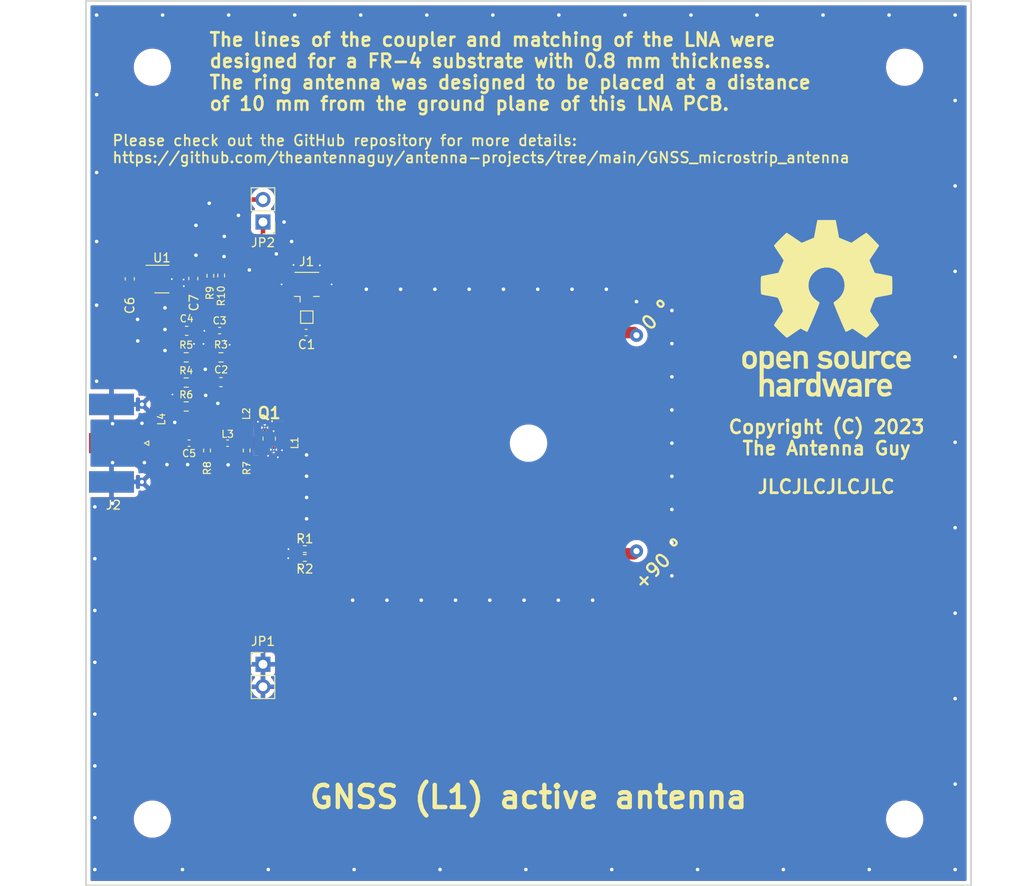
<source format=kicad_pcb>
(kicad_pcb (version 20211014) (generator pcbnew)
  (title_block (title "GNSS Microstrip Active Antenna") (company "The Antenna Guy"))
  (layers (0 "F.Cu" signal) (31 "B.Cu" signal) (34 "B.Paste" user) (35 "F.Paste" user) (36 "B.SilkS" user "B.Silkscreen") (37 "F.SilkS" user "F.Silkscreen") (38 "B.Mask" user) (39 "F.Mask" user) (44 "Edge.Cuts" user))
  (net 0 "")
  (net 1 "Net-(AE1-Pad2)")
  (net 2 "Net-(AE1-Pad1)")
  (net 3 "Net-(C1-Pad1)")
  (net 4 "Net-(C1-Pad2)")
  (net 5 "GND")
  (net 6 "Net-(C2-Pad2)")
  (net 7 "Net-(C3-Pad1)")
  (net 8 "Net-(C4-Pad1)")
  (net 9 "Net-(C5-Pad1)")
  (net 10 "Net-(C5-Pad2)")
  (net 11 "+5V")
  (net 12 "+3.3V")
  (net 13 "Net-(J1-Pad1)")
  (net 14 "Net-(L2-Pad1)")
  (net 15 "Net-(L2-Pad2)")
  (net 16 "Net-(MW1-Pad3)")
  (net 17 "Net-(Q1-Pad2)")
  (net 18 "Net-(Q1-Pad4)")
  (net 19 "Net-(R10-Pad2)")
  (footprint "Symbol:OSHW-Logo_19x20mm_SilkScreen" (layer "F.Cu") (at 133.65 84.75)
    (fp_text reference "REF**" hide)
    (fp_text value "OSHW-Logo_19x20mm_SilkScreen" hide)
  )
  (footprint "MountingHole:MountingHole_3.2mm_M3_ISO14580" (layer "F.Cu") (at 142.5 142.5)
    (fp_text reference "REF**")
    (fp_text value "MountingHole_3.2mm_M3_ISO14580")
    (pad "" np_thru_hole circle (at 0 0) (size 3.2 3.2) (drill 3.2) (layers *.Cu *.Mask))
  )
  (footprint "Resistor_SMD:R_0603_1608Metric" (layer "F.Cu") (at 61.325 90.3 180)
    (fp_text reference "R5" (at 0 1.4) (layer "F.SilkS") (effects (font (size 0.8 0.8) (thickness 0.13))))
    (fp_text value "14")
    (pad "1" smd roundrect (at -0.825 0 180) (size 0.8 0.95) (layers "F.Cu" "F.Paste" "F.Mask") (net 7 "Net-(C3-Pad1)"))
    (pad "2" smd roundrect (at 0.825 0 180) (size 0.8 0.95) (layers "F.Cu" "F.Paste" "F.Mask") (net 8 "Net-(C4-Pad1)"))
  )
  (footprint "Capacitor_SMD:C_0402_1005Metric_Pad0.74x0.62mm_HandSolder" (layer "F.Cu") (at 74.875 87.5 180)
    (fp_text reference "C1" (at -0.05 -1.35) (layer "F.SilkS"))
    (fp_text value "22pF")
    (pad "1" smd roundrect (at -0.5675 0 180) (size 0.735 0.62) (layers "F.Cu" "F.Paste" "F.Mask") (net 3 "Net-(C1-Pad1)"))
    (pad "2" smd roundrect (at 0.5675 0 180) (size 0.735 0.62) (layers "F.Cu" "F.Paste" "F.Mask") (net 4 "Net-(C1-Pad2)"))
  )
  (footprint "Resistor_SMD:R_0402_1005Metric_Pad0.72x0.64mm_HandSolder" (layer "F.Cu") (at 68.15 100.825 90)
    (fp_text reference "R7" (at -2 0.025 90) (layer "F.SilkS") (effects (font (size 0.8 0.8) (thickness 0.13))))
    (fp_text value "R")
    (pad "1" smd roundrect (at -0.5975 0 90) (size 0.715 0.64) (layers "F.Cu" "F.Paste" "F.Mask") (net 5 "GND"))
    (pad "2" smd roundrect (at 0.5975 0 90) (size 0.715 0.64) (layers "F.Cu" "F.Paste" "F.Mask") (net 15 "Net-(L2-Pad2)"))
  )
  (footprint "Package_TO_SOT_SMD:TSOT-23-5" (layer "F.Cu") (at 58.575 81.45)
    (fp_text reference "U1" (at 0 -2.4) (layer "F.SilkS"))
    (fp_text value "NCV8163ASN330T1G")
    (pad "1" smd roundrect (at -1.1375 -0.95) (size 1.325 0.6) (layers "F.Cu" "F.Paste" "F.Mask") (net 11 "+5V"))
    (pad "2" smd roundrect (at -1.1375 0) (size 1.325 0.6) (layers "F.Cu" "F.Paste" "F.Mask") (net 5 "GND"))
    (pad "3" smd roundrect (at -1.1375 0.95) (size 1.325 0.6) (layers "F.Cu" "F.Paste" "F.Mask") (net 11 "+5V"))
    (pad "4" smd roundrect (at 1.1375 0.95) (size 1.325 0.6) (layers "F.Cu" "F.Paste" "F.Mask") (net 19 "Net-(R10-Pad2)"))
    (pad "5" smd roundrect (at 1.1375 -0.95) (size 1.325 0.6) (layers "F.Cu" "F.Paste" "F.Mask") (net 12 "+3.3V"))
  )
  (footprint "gnss_antenna:BFP640FESDH6327" (layer "F.Cu") (at 70.7 99.4875 180)
    (fp_text reference "Q1" (at 0 2.8875) (layer "F.SilkS") (effects (font (size 1.27 1.27) (thickness 0.254))))
    (fp_text value "BFP640FESD" hide)
    (pad "1" smd rect (at -0.5 0.45 180) (size 0.35 0.45) (layers "F.Cu" "F.Paste" "F.Mask") (net 4 "Net-(C1-Pad2)"))
    (pad "2" smd rect (at 0.5 0.45 180) (size 0.35 0.45) (layers "F.Cu" "F.Paste" "F.Mask") (net 17 "Net-(Q1-Pad2)"))
    (pad "3" smd rect (at 0.5 -0.45 180) (size 0.35 0.45) (layers "F.Cu" "F.Paste" "F.Mask") (net 15 "Net-(L2-Pad2)"))
    (pad "4" smd rect (at -0.5 -0.45 180) (size 0.35 0.45) (layers "F.Cu" "F.Paste" "F.Mask") (net 18 "Net-(Q1-Pad4)"))
  )
  (footprint "gnss_antenna:ring_patch_feed-points" (layer "F.Cu") (at 100 100 45)
    (fp_text reference "AE1")
    (fp_text value "Antenna_Loop")
    (fp_text user "+90 º" (at 0.725 20.125 45 unlocked) (layer "F.SilkS") (effects (font (size 1.5 1.5) (thickness 0.25))))
    (fp_text user "0 º" (at 20.4 0 45 unlocked) (layer "F.SilkS") (effects (font (size 1.5 1.5) (thickness 0.25))))
    (pad "1" thru_hole circle (at 0 17.25 45) (size 1.5 1.5) (drill 0.7) (layers *.Cu *.Mask) (net 2 "Net-(AE1-Pad1)"))
    (pad "2" thru_hole circle (at 17.25 0 45) (size 1.5 1.5) (drill 0.7) (layers *.Cu *.Mask) (net 1 "Net-(AE1-Pad2)"))
  )
  (footprint "MountingHole:MountingHole_3.2mm_M3_ISO14580" (layer "F.Cu") (at 100 100)
    (fp_text reference "REF**" hide)
    (fp_text value "MountingHole_3.2mm_M3_ISO14580")
    (pad "" np_thru_hole circle (at 0 0) (size 3.2 3.2) (drill 3.2) (layers *.Cu *.Mask))
  )
  (footprint "Capacitor_SMD:C_0603_1608Metric_Pad1.08x0.95mm_HandSolder" (layer "F.Cu") (at 54.95 81.425 -90)
    (fp_text reference "C6" (at 3 0 90) (layer "F.SilkS"))
    (fp_text value "1uF")
    (pad "1" smd roundrect (at -0.8625 0 270) (size 1.075 0.95) (layers "F.Cu" "F.Paste" "F.Mask") (net 11 "+5V"))
    (pad "2" smd roundrect (at 0.8625 0 270) (size 1.075 0.95) (layers "F.Cu" "F.Paste" "F.Mask") (net 5 "GND"))
  )
  (footprint "Resistor_SMD:R_0402_1005Metric_Pad0.72x0.64mm_HandSolder" (layer "F.Cu") (at 64.05 81.075 90)
    (fp_text reference "R9" (at -1.95 -0.05 90) (layer "F.SilkS") (effects (font (size 0.8 0.8) (thickness 0.13))))
    (fp_text value "NP")
    (pad "1" smd roundrect (at -0.5975 0 90) (size 0.715 0.64) (layers "F.Cu" "F.Paste" "F.Mask") (net 19 "Net-(R10-Pad2)"))
    (pad "2" smd roundrect (at 0.5975 0 90) (size 0.715 0.64) (layers "F.Cu" "F.Paste" "F.Mask") (net 12 "+3.3V"))
  )
  (footprint "MountingHole:MountingHole_3.2mm_M3_ISO14580" (layer "F.Cu") (at 142.5 57.5)
    (fp_text reference "REF**")
    (fp_text value "MountingHole_3.2mm_M3_ISO14580")
    (pad "" np_thru_hole circle (at 0 0) (size 3.2 3.2) (drill 3.2) (layers *.Cu *.Mask))
  )
  (footprint "Inductor_SMD:L_0402_1005Metric_Pad0.77x0.64mm_HandSolder" (layer "F.Cu") (at 66 100 180)
    (fp_text reference "L3" (at 0 1.025) (layer "F.SilkS") (effects (font (size 0.8 0.8) (thickness 0.13))))
    (fp_text value "5.6 nH")
    (pad "1" smd roundrect (at -0.5725 0 180) (size 0.765 0.64) (layers "F.Cu" "F.Paste" "F.Mask") (net 15 "Net-(L2-Pad2)"))
    (pad "2" smd roundrect (at 0.5725 0 180) (size 0.765 0.64) (layers "F.Cu" "F.Paste" "F.Mask") (net 9 "Net-(C5-Pad1)"))
  )
  (footprint "gnss_antenna:hybrid_square_1.575ghz" (layer "F.Cu") (at 93.2 100 180)
    (fp_text reference "MW1" hide)
    (fp_text value "Hybrid_coupler")
    (fp_rect (start 12.7 13.18) (end 13.38 11.82) (layer "F.Cu") (width 0.01) (fill solid))
    (fp_rect (start 16.625 13.18) (end 13.38 11.82) (layer "F.Cu") (width 0.01) (fill solid))
    (fp_rect (start -16.625 11.82) (end -12.7 13.18) (layer "F.Cu") (width 0.01) (fill solid))
    (fp_rect (start 12.7 13.7) (end 12.02 11.3) (layer "F.Cu") (width 0.01) (fill solid))
    (fp_rect (start -13.38 -13.18) (end -12.02 11.3) (layer "F.Cu") (width 0.01) (fill solid))
    (fp_rect (start -12.7 -13.7) (end 12.7 -11.3) (layer "F.Cu") (width 0.01) (fill solid))
    (fp_rect (start -12.7 13.7) (end 12.02 11.3) (layer "F.Cu") (width 0.01) (fill solid))
    (fp_rect (start -16.675 -13.18) (end -13.38 -11.82) (layer "F.Cu") (width 0.01) (fill solid))
    (fp_rect (start -13.38 11.3) (end -12.7 13.18) (layer "F.Cu") (width 0.01) (fill solid))
    (fp_rect (start 13.38 -13.18) (end 16.625 -11.82) (layer "F.Cu") (width 0.01) (fill solid))
    (fp_rect (start 13.38 11.82) (end 12.02 -11.3) (layer "F.Cu") (width 0.01) (fill solid))
    (fp_rect (start 13.38 -11.3) (end 12.7 -13.18) (layer "F.Cu") (width 0.01) (fill solid))
    (pad "1" smd rect (at -17.075 -12.5 180) (size 0.8 1.36) (layers "F.Cu" "F.Paste" "F.Mask") (net 2 "Net-(AE1-Pad1)"))
    (pad "2" smd rect (at -17.025 12.5 180) (size 0.8 1.36) (layers "F.Cu" "F.Paste" "F.Mask") (net 1 "Net-(AE1-Pad2)"))
    (pad "3" smd rect (at 17.025 -12.5 180) (size 0.8 1.36) (layers "F.Cu" "F.Paste" "F.Mask") (net 16 "Net-(MW1-Pad3)"))
    (pad "4" smd rect (at 17.025 12.5 180) (size 0.8 1.36) (layers "F.Cu" "F.Paste" "F.Mask") (net 3 "Net-(C1-Pad1)"))
  )
  (footprint "Resistor_SMD:R_0402_1005Metric_Pad0.72x0.64mm_HandSolder" (layer "F.Cu") (at 74.725 112.975)
    (fp_text reference "R2" (at 0 1.25) (layer "F.SilkS"))
    (fp_text value "100")
    (pad "1" smd roundrect (at -0.5975 0) (size 0.715 0.64) (layers "F.Cu" "F.Paste" "F.Mask") (net 5 "GND"))
    (pad "2" smd roundrect (at 0.5975 0) (size 0.715 0.64) (layers "F.Cu" "F.Paste" "F.Mask") (net 16 "Net-(MW1-Pad3)"))
  )
  (footprint "Capacitor_SMD:C_0603_1608Metric_Pad1.08x0.95mm_HandSolder" (layer "F.Cu") (at 65.25 93.1)
    (fp_text reference "C2" (at 0.025 -1.4) (layer "F.SilkS") (effects (font (size 0.8 0.8) (thickness 0.13))))
    (fp_text value "47nF")
    (pad "1" smd roundrect (at -0.8625 0) (size 1.075 0.95) (layers "F.Cu" "F.Paste" "F.Mask") (net 5 "GND"))
    (pad "2" smd roundrect (at 0.8625 0) (size 1.075 0.95) (layers "F.Cu" "F.Paste" "F.Mask") (net 6 "Net-(C2-Pad2)"))
  )
  (footprint "Resistor_SMD:R_0402_1005Metric_Pad0.72x0.64mm_HandSolder" (layer "F.Cu") (at 65.275 81.05 -90)
    (fp_text reference "R10" (at 2.3 0 90) (layer "F.SilkS") (effects (font (size 0.8 0.8) (thickness 0.13))))
    (fp_text value "NP")
    (pad "1" smd roundrect (at -0.5975 0 270) (size 0.715 0.64) (layers "F.Cu" "F.Paste" "F.Mask") (net 5 "GND"))
    (pad "2" smd roundrect (at 0.5975 0 270) (size 0.715 0.64) (layers "F.Cu" "F.Paste" "F.Mask") (net 19 "Net-(R10-Pad2)"))
  )
  (footprint "Resistor_SMD:R_0603_1608Metric" (layer "F.Cu") (at 61.325 93.15 180)
    (fp_text reference "R4" (at 0 1.35) (layer "F.SilkS") (effects (font (size 0.8 0.8) (thickness 0.13))))
    (fp_text value "14")
    (pad "1" smd roundrect (at -0.825 0 180) (size 0.8 0.95) (layers "F.Cu" "F.Paste" "F.Mask") (net 7 "Net-(C3-Pad1)"))
    (pad "2" smd roundrect (at 0.825 0 180) (size 0.8 0.95) (layers "F.Cu" "F.Paste" "F.Mask") (net 8 "Net-(C4-Pad1)"))
  )
  (footprint "MountingHole:MountingHole_3.2mm_M3_ISO14580" (layer "F.Cu") (at 57.5 57.5)
    (fp_text reference "REF**")
    (fp_text value "MountingHole_3.2mm_M3_ISO14580")
    (pad "" np_thru_hole circle (at 0 0) (size 3.2 3.2) (drill 3.2) (layers *.Cu *.Mask))
  )
  (footprint "Inductor_SMD:L_0402_1005Metric" (layer "F.Cu") (at 73.55 98.125 -90)
    (fp_text reference "L1" (at 1.85 -0.025 90) (layer "F.SilkS") (effects (font (size 0.8 0.8) (thickness 0.13))))
    (fp_text value "10nH")
    (pad "1" smd roundrect (at -0.485 0 270) (size 0.59 0.64) (layers "F.Cu" "F.Paste" "F.Mask") (net 6 "Net-(C2-Pad2)"))
    (pad "2" smd roundrect (at 0.485 0 270) (size 0.59 0.64) (layers "F.Cu" "F.Paste" "F.Mask") (net 4 "Net-(C1-Pad2)"))
  )
  (footprint "Connector_Coaxial:SMA_Molex_73251-1153_EdgeMount_Horizontal" (layer "F.Cu") (at 54.6 100)
    (fp_text reference "J2" (at -1.5 7) (layer "F.SilkS"))
    (fp_text value "Conn_Coaxial_Power")
    (pad "1" smd rect (at -1.72 0) (size 5.08 2.29) (layers "F.Cu" "F.Paste" "F.Mask") (net 10 "Net-(C5-Pad2)"))
    (pad "2" smd rect (at -1.72 -4.38) (size 5.08 2.42) (layers "B.Cu" "B.Paste" "B.Mask") (net 5 "GND"))
    (pad "2" thru_hole circle (at 1.72 -4.38) (size 0.97 0.97) (drill 0.46) (layers *.Cu) (net 5 "GND"))
    (pad "2" thru_hole circle (at 1.72 4.38) (size 0.97 0.97) (drill 0.46) (layers *.Cu) (net 5 "GND"))
    (pad "2" smd rect (at 1.27 4.38) (size 0.95 0.46) (layers "B.Cu") (net 5 "GND"))
    (pad "2" smd rect (at -1.72 4.38) (size 5.08 2.42) (layers "B.Cu" "B.Paste" "B.Mask") (net 5 "GND"))
    (pad "2" smd rect (at 1.27 -4.38) (size 0.95 0.46) (layers "F.Cu") (net 5 "GND"))
    (pad "2" smd rect (at -1.72 4.38) (size 5.08 2.42) (layers "F.Cu" "F.Paste" "F.Mask") (net 5 "GND"))
    (pad "2" smd rect (at 1.27 -4.38) (size 0.95 0.46) (layers "B.Cu") (net 5 "GND"))
    (pad "2" smd rect (at 1.27 4.38) (size 0.95 0.46) (layers "F.Cu") (net 5 "GND"))
    (pad "2" smd rect (at -1.72 -4.38) (size 5.08 2.42) (layers "F.Cu" "F.Paste" "F.Mask") (net 5 "GND"))
  )
  (footprint "Resistor_SMD:R_0603_1608Metric" (layer "F.Cu") (at 65.25 90.3 180)
    (fp_text reference "R3" (at 0 1.425) (layer "F.SilkS") (effects (font (size 0.8 0.8) (thickness 0.13))))
    (fp_text value "13k")
    (pad "1" smd roundrect (at -0.825 0 180) (size 0.8 0.95) (layers "F.Cu" "F.Paste" "F.Mask") (net 6 "Net-(C2-Pad2)"))
    (pad "2" smd roundrect (at 0.825 0 180) (size 0.8 0.95) (layers "F.Cu" "F.Paste" "F.Mask") (net 7 "Net-(C3-Pad1)"))
  )
  (footprint "Resistor_SMD:R_0402_1005Metric_Pad0.72x0.64mm_HandSolder" (layer "F.Cu") (at 63.675 100.825 90)
    (fp_text reference "R8" (at -2 0.025 90) (layer "F.SilkS") (effects (font (size 0.8 0.8) (thickness 0.13))))
    (fp_text value "R")
    (pad "1" smd roundrect (at -0.5975 0 90) (size 0.715 0.64) (layers "F.Cu" "F.Paste" "F.Mask") (net 5 "GND"))
    (pad "2" smd roundrect (at 0.5975 0 90) (size 0.715 0.64) (layers "F.Cu" "F.Paste" "F.Mask") (net 9 "Net-(C5-Pad1)"))
  )
  (footprint "gnss_antenna:BFP640FESD_emitter_loadline" (layer "F.Cu") (at 70.2 98.8375 180)
    (fp_text reference "TL1")
    (fp_text value "Emiter_load_line")
    (fp_rect (start -0.1 0) (end 0.1 0.5) (layer "F.Cu") (width 0.01) (fill solid))
    (pad "1" smd rect (at 0 0.05 180) (size 0.2 0.1) (layers "F.Cu" "F.Paste" "F.Mask") (net 17 "Net-(Q1-Pad2)"))
    (pad "2" thru_hole circle (at 0 0.6 180) (size 0.3 0.3) (drill 0.15) (layers *.Cu *.Mask) (net 5 "GND"))
  )
  (footprint "Connector_PinHeader_2.54mm:PinHeader_1x02_P2.54mm_Vertical" (layer "F.Cu") (at 70 125)
    (fp_text reference "JP1" (at 0 -2.6) (layer "F.SilkS"))
    (fp_text value "Jumper_2_Open")
    (pad "1" thru_hole rect (at 0 0) (size 1.7 1.7) (drill 1) (layers *.Cu *.Mask) (net 5 "GND"))
    (pad "2" thru_hole oval (at 0 2.54) (size 1.7 1.7) (drill 1) (layers *.Cu *.Mask) (net 5 "GND"))
  )
  (footprint "MountingHole:MountingHole_3.2mm_M3_ISO14580" (layer "F.Cu") (at 57.5 142.5)
    (fp_text reference "REF**" hide)
    (fp_text value "MountingHole_3.2mm_M3_ISO14580")
    (pad "" np_thru_hole circle (at 0 0) (size 3.2 3.2) (drill 3.2) (layers *.Cu *.Mask))
  )
  (footprint "Connector_PinHeader_2.54mm:PinHeader_1x02_P2.54mm_Vertical" (layer "F.Cu") (at 70 75 180)
    (fp_text reference "JP2" (at 0 -2.33) (layer "F.SilkS"))
    (fp_text value "Jumper_2_Open")
    (pad "1" thru_hole rect (at 0 0 180) (size 1.7 1.7) (drill 1) (layers *.Cu *.Mask) (net 8 "Net-(C4-Pad1)"))
    (pad "2" thru_hole oval (at 0 2.54 180) (size 1.7 1.7) (drill 1) (layers *.Cu *.Mask) (net 12 "+3.3V"))
  )
  (footprint "Connector_Coaxial:U.FL_Hirose_U.FL-R-SMT-1_Vertical" (layer "F.Cu") (at 74.95 82.525 90)
    (fp_text reference "J1" (at 3.05 -0.025) (layer "F.SilkS"))
    (fp_text value "uFL")
    (pad "1" smd rect (at -1.05 0 90) (size 1.05 1) (layers "F.Cu" "F.Paste" "F.Mask") (net 13 "Net-(J1-Pad1)"))
    (pad "2" smd rect (at 0.475 -1.475 90) (size 2.2 1.05) (layers "F.Cu" "F.Paste" "F.Mask") (net 5 "GND"))
    (pad "2" smd rect (at 0.475 1.475 90) (size 2.2 1.05) (layers "F.Cu" "F.Paste" "F.Mask") (net 5 "GND"))
  )
  (footprint "TestPoint:TestPoint_Pad_1.0x1.0mm" (layer "F.Cu") (at 74.95 85.75 180)
    (fp_text reference "TP1")
    (fp_text value "TestPoint_Small")
    (pad "1" smd rect (at 0 0 180) (size 1 1) (layers "F.Cu" "F.Mask") (net 13 "Net-(J1-Pad1)"))
  )
  (footprint "Capacitor_SMD:C_0402_1005Metric_Pad0.74x0.62mm_HandSolder" (layer "F.Cu") (at 65.1 87.275)
    (fp_text reference "C3" (at 0 -1.125) (layer "F.SilkS") (effects (font (size 0.8 0.8) (thickness 0.13))))
    (fp_text value "5.6pF")
    (pad "1" smd roundrect (at -0.5675 0) (size 0.735 0.62) (layers "F.Cu" "F.Paste" "F.Mask") (net 7 "Net-(C3-Pad1)"))
    (pad "2" smd roundrect (at 0.5675 0) (size 0.735 0.62) (layers "F.Cu" "F.Paste" "F.Mask") (net 5 "GND"))
  )
  (footprint "Capacitor_SMD:C_0402_1005Metric_Pad0.74x0.62mm_HandSolder" (layer "F.Cu") (at 61.65 100 180)
    (fp_text reference "C5" (at 0 -1.16) (layer "F.SilkS") (effects (font (size 0.8 0.8) (thickness 0.13))))
    (fp_text value "22pF")
    (pad "1" smd roundrect (at -0.5675 0 180) (size 0.735 0.62) (layers "F.Cu" "F.Paste" "F.Mask") (net 9 "Net-(C5-Pad1)"))
    (pad "2" smd roundrect (at 0.5675 0 180) (size 0.735 0.62) (layers "F.Cu" "F.Paste" "F.Mask") (net 10 "Net-(C5-Pad2)"))
  )
  (footprint "Inductor_SMD:L_0402_1005Metric" (layer "F.Cu") (at 68.15 98.4 -90)
    (fp_text reference "L2" (at -1.725 0.025 -270) (layer "F.SilkS") (effects (font (size 0.8 0.8) (thickness 0.13))))
    (fp_text value "10nH")
    (pad "1" smd roundrect (at -0.485 0 270) (size 0.59 0.64) (layers "F.Cu" "F.Paste" "F.Mask") (net 14 "Net-(L2-Pad1)"))
    (pad "2" smd roundrect (at 0.485 0 270) (size 0.59 0.64) (layers "F.Cu" "F.Paste" "F.Mask") (net 15 "Net-(L2-Pad2)"))
  )
  (footprint "Resistor_SMD:R_0603_1608Metric" (layer "F.Cu") (at 61.325 95.85)
    (fp_text reference "R6" (at 0 -1.325) (layer "F.SilkS") (effects (font (size 0.8 0.8) (thickness 0.13))))
    (fp_text value "2")
    (pad "1" smd roundrect (at -0.825 0) (size 0.8 0.95) (layers "F.Cu" "F.Paste" "F.Mask") (net 14 "Net-(L2-Pad1)"))
    (pad "2" smd roundrect (at 0.825 0) (size 0.8 0.95) (layers "F.Cu" "F.Paste" "F.Mask") (net 7 "Net-(C3-Pad1)"))
  )
  (footprint "Inductor_SMD:L_0402_1005Metric" (layer "F.Cu") (at 58.5 99.15 -90)
    (fp_text reference "L4" (at -1.86 -0.03 90) (layer "F.SilkS") (effects (font (size 0.8 0.8) (thickness 0.13))))
    (fp_text value "10nH")
    (pad "1" smd roundrect (at -0.485 0 270) (size 0.59 0.64) (layers "F.Cu" "F.Paste" "F.Mask") (net 11 "+5V"))
    (pad "2" smd roundrect (at 0.485 0 270) (size 0.59 0.64) (layers "F.Cu" "F.Paste" "F.Mask") (net 10 "Net-(C5-Pad2)"))
  )
  (footprint "Capacitor_SMD:C_0603_1608Metric_Pad1.08x0.95mm_HandSolder" (layer "F.Cu") (at 61.375 87.3)
    (fp_text reference "C4" (at 0 -1.375) (layer "F.SilkS") (effects (font (size 0.8 0.8) (thickness 0.13))))
    (fp_text value "47nF")
    (pad "1" smd roundrect (at -0.8625 0) (size 1.075 0.95) (layers "F.Cu" "F.Paste" "F.Mask") (net 8 "Net-(C4-Pad1)"))
    (pad "2" smd roundrect (at 0.8625 0) (size 1.075 0.95) (layers "F.Cu" "F.Paste" "F.Mask") (net 5 "GND"))
  )
  (footprint "Capacitor_SMD:C_0603_1608Metric_Pad1.08x0.95mm_HandSolder" (layer "F.Cu") (at 62.125 81.3875 -90)
    (fp_text reference "C7" (at 2.7375 -0.075 90) (layer "F.SilkS"))
    (fp_text value "1uF")
    (pad "1" smd roundrect (at -0.8625 0 270) (size 1.075 0.95) (layers "F.Cu" "F.Paste" "F.Mask") (net 12 "+3.3V"))
    (pad "2" smd roundrect (at 0.8625 0 270) (size 1.075 0.95) (layers "F.Cu" "F.Paste" "F.Mask") (net 5 "GND"))
  )
  (footprint "Resistor_SMD:R_0402_1005Metric_Pad0.72x0.64mm_HandSolder" (layer "F.Cu") (at 74.725 111.975)
    (fp_text reference "R1" (at 0 -1.17) (layer "F.SilkS"))
    (fp_text value "100")
    (pad "1" smd roundrect (at -0.5975 0) (size 0.715 0.64) (layers "F.Cu" "F.Paste" "F.Mask") (net 5 "GND"))
    (pad "2" smd roundrect (at 0.5975 0) (size 0.715 0.64) (layers "F.Cu" "F.Paste" "F.Mask") (net 16 "Net-(MW1-Pad3)"))
  )
  (footprint "gnss_antenna:BFP640FESD_emitter_loadline" (layer "F.Cu") (at 71.2 100.1375)
    (fp_text reference "TL2")
    (fp_text value "Emiter_load_line")
    (fp_rect (start -0.1 0) (end 0.1 0.5) (layer "F.Cu") (width 0.01) (fill solid))
    (pad "1" smd rect (at 0 0.05) (size 0.2 0.1) (layers "F.Cu" "F.Paste" "F.Mask") (net 18 "Net-(Q1-Pad4)"))
    (pad "2" thru_hole circle (at 0 0.6) (size 0.3 0.3) (drill 0.15) (layers *.Cu *.Mask) (net 5 "GND"))
  )
  (gr_rect (start 75.075 86.815) (end 76.65 88.175) (layer "F.Cu") (width 0.005) (fill solid))
  (gr_rect (start 74.96 111.82) (end 76.35 113.18) (layer "F.Cu") (width 0.005) (fill solid))
  (gr_rect (start 50 50) (end 150 150) (layer "Edge.Cuts") (width 0.2) (fill none))
  (gr_text "GNSS (L1) active antenna" (at 100 140) (layer "F.SilkS") (effects (font (size 2.5 2.5) (thickness 0.5))))
  (gr_text "The lines of the coupler and matching of the LNA were \ndesigned for a FR-4 substrate with 0.8 mm thickness. \nThe ring antenna was designed to be placed at a distance\nof 10 mm from the ground plane of this LNA PCB.\n" (at 63.8 58) (layer "F.SilkS") (effects (font (size 1.5 1.5) (thickness 0.3)) (justify left)))
  (gr_text "Copyright (C) 2023\nThe Antenna Guy" (at 133.672937 99.375) (layer "F.SilkS") (effects (font (size 1.5 1.5) (thickness 0.3))))
  (gr_text "Please check out the GitHub repository for more details:\nhttps://github.com/theantennaguy/antenna-projects/tree/main/GNSS_microstrip_antenna \n" (at 52.875 66.75) (layer "F.SilkS") (effects (font (size 1.2 1.2) (thickness 0.2)) (justify left)))
  (gr_text "JLCJLCJLCJLC" (at 141.537223 104.925) (layer "F.SilkS") (effects (font (size 1.5 1.5) (thickness 0.3)) (justify right)))
  (segment (start 111.895184 87.5) (end 112.197592 87.802408) (width 1.3) (layer "F.Cu") (net 1))
  (segment (start 110.675 87.5) (end 111.895184 87.5) (width 1.3) (layer "F.Cu") (net 1))
  (segment (start 111.895184 112.5) (end 112.197592 112.197592) (width 1.3) (layer "F.Cu") (net 2))
  (segment (start 110.725 112.5) (end 111.895184 112.5) (width 1.3) (layer "F.Cu") (net 2))
  (segment (start 77.45 97.55) (end 75.9625 99.0375) (width 1.485) (layer "F.Cu") (net 4))
  (segment (start 73.9 87.5) (end 70.325 87.5) (width 1.485) (layer "F.Cu") (net 4))
  (segment (start 70.625 93.075) (end 76.05 93.075) (width 1.485) (layer "F.Cu") (net 4))
  (segment (start 71.2 99.0375) (end 72 99.0375) (width 0.25) (layer "F.Cu") (net 4))
  (segment (start 77.45 94.475) (end 77.45 97.55) (width 1.485) (layer "F.Cu") (net 4))
  (segment (start 75.9625 99.0375) (end 72.05 99.0375) (width 1.485) (layer "F.Cu") (net 4))
  (segment (start 70.325 87.5) (end 69.4 88.425) (width 1.485) (layer "F.Cu") (net 4))
  (segment (start 69.4 91.85) (end 70.625 93.075) (width 1.485) (layer "F.Cu") (net 4))
  (segment (start 69.4 88.425) (end 69.4 91.85) (width 1.485) (layer "F.Cu") (net 4))
  (segment (start 76.05 93.075) (end 77.45 94.475) (width 1.485) (layer "F.Cu") (net 4))
  (via (at 108.790782 82.6) (size 0.8) (drill 0.4) (layers "F.Cu" "B.Cu") (net 5))
  (via (at 59.7 81.45) (size 0.45) (drill 0.2) (layers "F.Cu" "B.Cu") (net 5))
  (via (at 148.2 99.9) (size 0.8) (drill 0.4) (layers "F.Cu" "B.Cu") (net 5))
  (via (at 80.129612 117.75) (size 0.8) (drill 0.4) (layers "F.Cu" "B.Cu") (net 5))
  (via (at 84.003459 117.75) (size 0.8) (drill 0.4) (layers "F.Cu" "B.Cu") (net 5))
  (via (at 103.430766 51.6) (size 0.8) (drill 0.4) (layers "F.Cu" "B.Cu") (net 5))
  (via (at 61.025 81.5) (size 0.45) (drill 0.2) (layers "F.Cu" "B.Cu") (net 5))
  (via (at 53 106.8) (size 0.8) (drill 0.4) (layers "F.Cu" "B.Cu") (net 5))
  (via (at 148.2 80.58) (size 0.8) (drill 0.4) (layers "F.Cu" "B.Cu") (net 5))
  (via (at 74.925 101.325) (size 0.8) (drill 0.4) (layers "F.Cu" "B.Cu") (net 5))
  (via (at 109.4 148.2) (size 0.8) (drill 0.4) (layers "F.Cu" "B.Cu") (net 5))
  (via (at 63.675 102.65) (size 0.45) (drill 0.2) (layers "F.Cu" "B.Cu") (net 5))
  (via (at 148.2 119.22) (size 0.8) (drill 0.4) (layers "F.Cu" "B.Cu") (net 5))
  (via (at 74.925 106.141666) (size 0.8) (drill 0.4) (layers "F.Cu" "B.Cu") (net 5))
  (via (at 53 102.2) (size 0.8) (drill 0.4) (layers "F.Cu" "B.Cu") (net 5))
  (via (at 99.498847 117.75) (size 0.8) (drill 0.4) (layers "F.Cu" "B.Cu") (net 5))
  (via (at 62.425 78.75) (size 0.8) (drill 0.4) (layers "F.Cu" "B.Cu") (net 5))
  (via (at 55.83 86.01) (size 0.8) (drill 0.4) (layers "F.Cu" "B.Cu") (net 5))
  (via (at 51 118.914284) (size 0.8) (drill 0.4) (layers "F.Cu" "B.Cu") (net 5))
  (via (at 74.125 114.075) (size 0.45) (drill 0.2) (layers "F.Cu" "B.Cu") (net 5))
  (via (at 97.169235 82.6) (size 0.8) (drill 0.4) (layers "F.Cu" "B.Cu") (net 5))
  (via (at 116.2 115) (size 0.8) (drill 0.4) (layers "F.Cu" "B.Cu") (net 5))
  (via (at 51.2 69.4) (size 0.8) (drill 0.4) (layers "F.Cu" "B.Cu") (net 5))
  (via (at 85.547694 82.6) (size 0.8) (drill 0.4) (layers "F.Cu" "B.Cu") (net 5))
  (via (at 116.2 107.5) (size 0.8) (drill 0.4) (layers "F.Cu" "B.Cu") (net 5))
  (via (at 73.23 77.2) (size 0.8) (drill 0.4) (layers "F.Cu" "B.Cu") (net 5))
  (via (at 63.28 88.78) (size 0.45) (drill 0.2) (layers "F.Cu" "B.Cu") (net 5))
  (via (at 59.15 102.42) (size 0.8) (drill 0.4) (layers "F.Cu" "B.Cu") (net 5))
  (via (at 107.246547 117.75) (size 0.8) (drill 0.4) (layers "F.Cu" "B.Cu") (net 5))
  (via (at 51 136.48571) (size 0.8) (drill 0.4) (layers "F.Cu" "B.Cu") (net 5))
  (via (at 58.925 89.525) (size 0.8) (drill 0.4) (layers "F.Cu" "B.Cu") (net 5))
  (via (at 58.925 84.7) (size 0.8) (drill 0.4) (layers "F.Cu" "B.Cu") (net 5))
  (via (at 138.5 148.2) (size 0.8) (drill 0.4) (layers "F.Cu" "B.Cu") (net 5))
  (via (at 125.81538 51.6) (size 0.8) (drill 0.4) (layers "F.Cu" "B.Cu") (net 5))
  (via (at 51.2 51.6) (size 0.8) (drill 0.4) (layers "F.Cu" "B.Cu") (net 5))
  (via (at 63.925 72.875) (size 0.8) (drill 0.4) (layers "F.Cu" "B.Cu") (net 5))
  (via (at 77.75 82.05) (size 0.45) (drill 0.2) (layers "F.Cu" "B.Cu") (net 5))
  (via (at 116.2 103.75) (size 0.8) (drill 0.4) (layers "F.Cu" "B.Cu") (net 5))
  (via (at 95.969228 51.6) (size 0.8) (drill 0.4) (layers "F.Cu" "B.Cu") (net 5))
  (via (at 70.575 101.425) (size 0.45) (drill 0.2) (layers "F.Cu" "B.Cu") (net 5))
  (via (at 116.2 88.75) (size 0.8) (drill 0.4) (layers "F.Cu" "B.Cu") (net 5))
  (via (at 62.425 75.375) (size 0.8) (drill 0.4) (layers "F.Cu" "B.Cu") (net 5))
  (via (at 103.372694 117.75) (size 0.8) (drill 0.4) (layers "F.Cu" "B.Cu") (net 5))
  (via (at 53 97.8) (size 0.8) (drill 0.4) (layers "F.Cu" "B.Cu") (net 5))
  (via (at 74.125 110.85) (size 0.45) (drill 0.2) (layers "F.Cu" "B.Cu") (net 5))
  (via (at 63.375 87.3) (size 0.45) (drill 0.2) (layers "F.Cu" "B.Cu") (net 5))
  (via (at 67.225 74.25) (size 0.8) (drill 0.4) (layers "F.Cu" "B.Cu") (net 5))
  (via (at 91.751153 117.75) (size 0.8) (drill 0.4) (layers "F.Cu" "B.Cu") (net 5))
  (via (at 93.295388 82.6) (size 0.8) (drill 0.4) (layers "F.Cu" "B.Cu") (net 5))
  (via (at 116.2 85) (size 0.8) (drill 0.4) (layers "F.Cu" "B.Cu") (net 5))
  (via (at 104.916929 82.6) (size 0.8) (drill 0.4) (layers "F.Cu" "B.Cu") (net 5))
  (via (at 72.85 113) (size 0.45) (drill 0.2) (layers "F.Cu" "B.Cu") (net 5))
  (via (at 148.2 109.56) (size 0.8) (drill 0.4) (layers "F.Cu" "B.Cu") (net 5))
  (via (at 70.6 148.2) (size 0.8) (drill 0.4) (layers "F.Cu" "B.Cu") (net 5))
  (via (at 148.2 148.2) (size 0.8) (drill 0.4) (layers "F.Cu" "B.Cu") (net 5))
  (via (at 148.2 90.24) (size 0.8) (drill 0.4) (layers "F.Cu" "B.Cu") (net 5))
  (via (at 95.625 117.75) (size 0.8) (drill 0.4) (layers "F.Cu" "B.Cu") (net 5))
  (via (at 74.925 103.733333) (size 0.8) (drill 0.4) (layers "F.Cu" "B.Cu") (net 5))
  (via (at 81.046152 51.6) (size 0.8) (drill 0.4) (layers "F.Cu" "B.Cu") (net 5))
  (via (at 148.2 138.54) (size 0.8) (drill 0.4) (layers "F.Cu" "B.Cu") (net 5))
  (via (at 68.46 80.42) (size 0.8) (drill 0.4) (layers "F.Cu" "B.Cu") (net 5))
  (via (at 72.875 111.975) (size 0.45) (drill 0.2) (layers "F.Cu" "B.Cu") (net 5))
  (via (at 70.175 97.125) (size 0.45) (drill 0.2) (layers "F.Cu" "B.Cu") (net 5))
  (via (at 66.123076 51.6) (size 0.8) (drill 0.4) (layers "F.Cu" "B.Cu") (net 5))
  (via (at 101.043082 82.6) (size 0.8) (drill 0.4) (layers "F.Cu" "B.Cu") (net 5))
  (via (at 58.925 87.15) (size 0.8) (drill 0.4) (layers "F.Cu" "B.Cu") (net 5))
  (via (at 112.2 84) (size 0.8) (drill 0.4) (layers "F.Cu" "B.Cu") (net 5))
  (via (at 116.2 111.25) (size 0.8) (drill 0.4) (layers "F.Cu" "B.Cu") (net 5))
  (via (at 118.353842 51.6) (size 0.8) (drill 0.4) (layers "F.Cu" "B.Cu") (net 5))
  (via (at 65.65 88.4) (size 0.45) (drill 0.2) (layers "F.Cu" "B.Cu") (net 5))
  (via (at 148.2 61.26) (size 0.8) (drill 0.4) (layers "F.Cu" "B.Cu") (net 5))
  (via (at 148.2 70.92) (size 0.8) (drill 0.4) (layers "F.Cu" "B.Cu") (net 5))
  (via (at 55.85 88.44) (size 0.8) (drill 0.4) (layers "F.Cu" "B.Cu") (net 5))
  (via (at 51.2 77.2) (size 0.8) (drill 0.4) (layers "F.Cu" "B.Cu") (net 5))
  (via (at 128.8 148.2) (size 0.8) (drill 0.4) (layers "F.Cu" "B.Cu") (net 5))
  (via (at 65.6 78.9) (size 0.8) (drill 0.4) (layers "F.Cu" "B.Cu") (net 5))
  (via (at 63.525 94.6) (size 0.8) (drill 0.4) (layers "F.Cu" "B.Cu") (net 5))
  (via (at 99.7 148.2) (size 0.8) (drill 0.4) (layers "F.Cu" "B.Cu") (net 5))
  (via (at 71.025 97.525) (size 0.45) (drill 0.2) (layers "F.Cu" "B.Cu") (net 5))
  (via (at 80.3 148.2) (size 0.8) (drill 0.4) (layers "F.Cu" "B.Cu") (net 5))
  (via (at 60.025 97.65) (size 0.8) (drill 0.4) (layers "F.Cu" "B.Cu") (net 5))
  (via (at 61.05 82.25) (size 0.45) (drill 0.2) (layers "F.Cu" "B.Cu") (net 5))
  (via (at 63.475 91.65) (size 0.8) (drill 0.4) (layers "F.Cu" "B.Cu") (net 5))
  (via (at 51.2 60.6) (size 0.8) (drill 0.4) (layers "F.Cu" "B.Cu") (net 5))
  (via (at 64.9 95.5) (size 0.8) (drill 0.4) (layers "F.Cu" "B.Cu") (net 5))
  (via (at 58.661538 51.6) (size 0.8) (drill 0.4) (layers "F.Cu" "B.Cu") (net 5))
  (via (at 133.276918 51.6) (size 0.8) (drill 0.4) (layers "F.Cu" "B.Cu") (net 5))
  (via (at 90 148.2) (size 0.8) (drill 0.4) (layers "F.Cu" "B.Cu") (net 5))
  (via (at 148.2 128.88) (size 0.8) (drill 0.4) (layers "F.Cu" "B.Cu") (net 5))
  (via (at 72.38 75) (size 0.8) (drill 0.4) (layers "F.Cu" "B.Cu") (net 5))
  (via (at 89.421541 82.6) (size 0.8) (drill 0.4) (layers "F.Cu" "B.Cu") (net 5))
  (via (at 51 148.2) (size 0.8) (drill 0.4) (layers "F.Cu" "B.Cu") (net 5))
  (via (at 76.425 79.9) (size 0.45) (drill 0.2) (layers "F.Cu" "B.Cu") (net 5))
  (via (at 81.673847 82.6) (size 0.8) (drill 0.4) (layers "F.Cu" "B.Cu") (net 5))
  (via (at 88.50769 51.6) (size 0.8) (drill 0.4) (layers "F.Cu" "B.Cu") (net 5))
  (via (at 71.675 101.6) (size 0.45) (drill 0.2) (layers "F.Cu" "B.Cu") (net 5))
  (via (at 110.892304 51.6) (size 0.8) (drill 0.4) (layers "F.Cu" "B.Cu") (net 5))
  (via (at 74.925 108.55) (size 0.8) (drill 0.4) (layers "F.Cu" "B.Cu") (net 5))
  (via (at 116.2 96.25) (size 0.8) (drill 0.4) (layers "F.Cu" "B.Cu") (net 5))
  (via (at 51 142.342852) (size 0.8) (drill 0.4) (layers "F.Cu" "B.Cu") (net 5))
  (via (at 65.625 76.625) (size 0.8) (drill 0.4) (layers "F.Cu" "B.Cu") (net 5))
  (via (at 66.06 102.45) (size 0.8) (drill 0.4) (layers "F.Cu" "B.Cu") (net 5))
  (via (at 66.225 88.875) (size 0.45) (drill 0.2) (layers "F.Cu" "B.Cu") (net 5))
  (via (at 51 107.2) (size 0.8) (drill 0.4) (layers "F.Cu" "B.Cu") (net 5))
  (via (at 72.1 82.05) (size 0.45) (drill 0.2) (layers "F.Cu" "B.Cu") (net 5))
  (via (at 56.6 102.2) (size 0.8) (drill 0.4) (layers "F.Cu" "B.Cu") (net 5))
  (via (at 60.9 148.2) (size 0.8) (drill 0.4) (layers "F.Cu" "B.Cu") (net 5))
  (via (at 73.584614 51.6) (size 0.8) (drill 0.4) (layers "F.Cu" "B.Cu") (net 5))
  (via (at 51 124.771426) (size 0.8) (drill 0.4) (layers "F.Cu" "B.Cu") (net 5))
  (via (at 51 130.628568) (size 0.8) (drill 0.4) (layers "F.Cu" "B.Cu") (net 5))
  (via (at 71.51 78.61) (size 0.8) (drill 0.4) (layers "F.Cu" "B.Cu") (net 5))
  (via (at 68.125 102.45) (size 0.45) (drill 0.2) (layers "F.Cu" "B.Cu") (net 5))
  (via (at 116.2 92.5) (size 0.8) (drill 0.4) (layers "F.Cu" "B.Cu") (net 5))
  (via (at 51.2 93) (size 0.8) (drill 0.4) (layers "F.Cu" "B.Cu") (net 5))
  (via (at 148.2 51.6) (size 0.8) (drill 0.4) (layers "F.Cu" "B.Cu") (net 5))
  (via (at 62.2 88.775) (size 0.45) (drill 0.2) (layers "F.Cu" "B.Cu") (net 5))
  (via (at 61.48 102.42) (size 0.8) (drill 0.4) (layers "F.Cu" "B.Cu") (net 5))
  (via (at 51.2 84.4) (size 0.8) (drill 0.4) (layers "F.Cu" "B.Cu") (net 5))
  (via (at 59.77 94.5) (size 0.45) (drill 0.2) (layers "F.Cu" "B.Cu") (net 5))
  (via (at 119.1 148.2) (size 0.8) (drill 0.4) (layers "F.Cu" "B.Cu") (net 5))
  (via (at 87.877306 117.75) (size 0.8) (drill 0.4) (layers "F.Cu" "B.Cu") (net 5))
  (via (at 116.2 100) (size 0.8) (drill 0.4) (layers "F.Cu" "B.Cu") (net 5))
  (via (at 51 113.057142) (size 0.8) (drill 0.4) (layers "F.Cu" "B.Cu") (net 5))
  (via (at 72.15 100.8) (size 0.45) (drill 0.2) (layers "F.Cu" "B.Cu") (net 5))
  (via (at 56.325 97.75) (size 0.8) (drill 0.4) (layers "F.Cu" "B.Cu") (net 5))
  (via (at 73.45 79.85) (size 0.45) (drill 0.2) (layers "F.Cu" "B.Cu") (net 5))
  (via (at 140.738456 51.6) (size 0.8) (drill 0.4) (layers "F.Cu" "B.Cu") (net 5))
  (via (at 69.425 97.575) (size 0.45) (drill 0.2) (layers "F.Cu" "B.Cu") (net 5))
  (segment (start 66.55 94.925) (end 66.1125 94.4875) (width 0.508) (layer "F.Cu") (net 6))
  (segment (start 67.625 94.925) (end 66.575 94.925) (width 0.508) (layer "F.Cu") (net 6))
  (segment (start 68.475 95.775) (end 67.625 94.925) (width 0.508) (layer "F.Cu") (net 6))
  (segment (start 73.55 97.64) (end 73.55 96.525) (width 0.508) (layer "F.Cu") (net 6))
  (segment (start 66.1125 94.4875) (end 66.1125 93.1) (width 0.508) (layer "F.Cu") (net 6))
  (segment (start 66.1125 90.3375) (end 66.075 90.3) (width 0.508) (layer "F.Cu") (net 6))
  (segment (start 66.1125 93.1) (end 66.1125 90.3375) (width 0.508) (layer "F.Cu") (net 6))
  (segment (start 72.8 95.775) (end 68.475 95.775) (width 0.508) (layer "F.Cu") (net 6))
  (segment (start 73.55 96.525) (end 72.8 95.775) (width 0.508) (layer "F.Cu") (net 6))
  (segment (start 62.15 90.3) (end 64.425 90.3) (width 0.508) (layer "F.Cu") (net 7))
  (segment (start 64.425 87.3825) (end 64.5325 87.275) (width 0.508) (layer "F.Cu") (net 7))
  (segment (start 64.425 90.3) (end 64.425 87.3825) (width 0.508) (layer "F.Cu") (net 7))
  (segment (start 62.15 95.85) (end 62.15 93.15) (width 0.508) (layer "F.Cu") (net 7))
  (segment (start 62.15 93.15) (end 62.15 90.3) (width 0.508) (layer "F.Cu") (net 7))
  (segment (start 60.5125 87.3) (end 60.5125 90.2875) (width 0.508) (layer "F.Cu") (net 8))
  (segment (start 60.5125 86.2375) (end 60.5125 87.3) (width 0.508) (layer "F.Cu") (net 8))
  (segment (start 61.625 85.125) (end 60.5125 86.2375) (width 0.508) (layer "F.Cu") (net 8))
  (segment (start 70 81.2) (end 66.075 85.125) (width 0.508) (layer "F.Cu") (net 8))
  (segment (start 60.5125 90.2875) (end 60.5 90.3) (width 0.508) (layer "F.Cu") (net 8))
  (segment (start 66.075 85.125) (end 61.625 85.125) (width 0.508) (layer "F.Cu") (net 8))
  (segment (start 60.5 90.3) (end 60.5 93.15) (width 0.508) (layer "F.Cu") (net 8))
  (segment (start 70 75) (end 70 81.2) (width 0.508) (layer "F.Cu") (net 8))
  (segment (start 62.6 100) (end 65.1 100) (width 1.485) (layer "F.Cu") (net 9))
  (segment (start 63.9025 100) (end 63.675 100.2275) (width 0.254) (layer "F.Cu") (net 9))
  (segment (start 52.88 100) (end 58.1 100) (width 1.485) (layer "F.Cu") (net 10))
  (segment (start 58.1 100) (end 60.7 100) (width 1.485) (layer "F.Cu") (net 10))
  (segment (start 58.3 82.4) (end 58.575 82.125) (width 0.508) (layer "F.Cu") (net 11))
  (segment (start 58.5 98.665) (end 58.5 98.35) (width 0.254) (layer "F.Cu") (net 11))
  (segment (start 58.3 80.5) (end 57.4375 80.5) (width 0.508) (layer "F.Cu") (net 11))
  (segment (start 55.0125 80.5) (end 54.95 80.5625) (width 0.508) (layer "F.Cu") (net 11))
  (segment (start 58.05 90.675) (end 58.5 91.125) (width 0.508) (layer "F.Cu") (net 11))
  (segment (start 57.4375 82.4) (end 58.3 82.4) (width 0.508) (layer "F.Cu") (net 11))
  (segment (start 57.4375 80.5) (end 55.0125 80.5) (width 0.508) (layer "F.Cu") (net 11))
  (segment (start 58.575 82.125) (end 58.575 80.775) (width 0.508) (layer "F.Cu") (net 11))
  (segment (start 58.5 91.125) (end 58.5 98.35) (width 0.508) (layer "F.Cu") (net 11))
  (segment (start 57.4375 90.0625) (end 58.05 90.675) (width 0.508) (layer "F.Cu") (net 11))
  (segment (start 57.4375 82.4) (end 57.4375 90.0625) (width 0.508) (layer "F.Cu") (net 11))
  (segment (start 58.575 80.775) (end 58.3 80.5) (width 0.508) (layer "F.Cu") (net 11))
  (segment (start 62.125 80.525) (end 64.0025 80.525) (width 0.508) (layer "F.Cu") (net 12))
  (segment (start 66.665 72.46) (end 70 72.46) (width 0.508) (layer "F.Cu") (net 12))
  (segment (start 64.05 80.4775) (end 64.05 75.075) (width 0.508) (layer "F.Cu") (net 12))
  (segment (start 62.1 80.5) (end 62.125 80.525) (width 0.508) (layer "F.Cu") (net 12))
  (segment (start 59.7125 80.5) (end 62.1 80.5) (width 0.508) (layer "F.Cu") (net 12))
  (segment (start 64.05 75.075) (end 66.665 72.46) (width 0.508) (layer "F.Cu") (net 12))
  (segment (start 64.0025 80.525) (end 64.05 80.4775) (width 0.508) (layer "F.Cu") (net 12))
  (segment (start 74.95 83.575) (end 74.95 85.75) (width 1.016) (layer "F.Cu") (net 13))
  (segment (start 67.725 96.875) (end 68.15 97.3) (width 0.508) (layer "F.Cu") (net 14))
  (segment (start 60.5 95.85) (end 61.525 96.875) (width 0.508) (layer "F.Cu") (net 14))
  (segment (start 61.525 96.875) (end 67.725 96.875) (width 0.508) (layer "F.Cu") (net 14))
  (segment (start 68.15 97.3) (end 68.15 97.882) (width 0.508) (layer "F.Cu") (net 14))
  (segment (start 66.925 100) (end 69.4 100) (width 1.485) (layer "F.Cu") (net 15))
  (segment (start 69.5625 99.9375) (end 69.5 100) (width 0.254) (layer "F.Cu") (net 15))
  (segment (start 68.15 98.885) (end 68.15 100.2275) (width 0.254) (layer "F.Cu") (net 15))
  (segment (start 70.2 99.9375) (end 69.5625 99.9375) (width 0.254) (layer "F.Cu") (net 15))
  (segment (start 76.625 112.5) (end 75.3675 112.5) (width 0.25) (layer "F.Cu") (net 16))
  (segment (start 65.275 81.6475) (end 64.075 81.6475) (width 0.508) (layer "F.Cu") (net 19))
  (segment (start 60.3 83.825) (end 63.1 83.825) (width 0.508) (layer "F.Cu") (net 19))
  (segment (start 59.7125 83.2375) (end 60.3 83.825) (width 0.508) (layer "F.Cu") (net 19))
  (segment (start 64.075 81.6475) (end 64.05 81.6725) (width 0.508) (layer "F.Cu") (net 19))
  (segment (start 63.1 83.825) (end 64.05 82.875) (width 0.508) (layer "F.Cu") (net 19))
  (segment (start 64.05 82.875) (end 64.05 81.6725) (width 0.508) (layer "F.Cu") (net 19))
  (segment (start 59.7125 82.4) (end 59.7125 83.2375) (width 0.508) (layer "F.Cu") (net 19))
  (zone (net 0) (net_name "") (layer "F.Cu") (connect_pads (clearance 0)) (min_thickness 0.254)
    (keepout (tracks allowed) (vias allowed) (pads allowed) (copperpour not_allowed) (footprints allowed))
    (fill (thermal_gap 0.508) (thermal_bridge_width 0.508))
    (polygon (pts (xy 109.925 86.8) (xy 109.9 111.825) (xy 106.58 111.82) (xy 106.605 86.8)))
  )
  (zone (net 5) (net_name "GND") (layers F&B.Cu) (connect_pads (clearance 0.508)) (min_thickness 0.254) (fill yes (thermal_gap 0.508) (thermal_bridge_width 0.508))
    (polygon (pts (xy 150 150) (xy 50 150) (xy 50 50) (xy 150 50)))
  )
  (zone (net 0) (net_name "") (layer "F.Cu") (connect_pads (clearance 0)) (min_thickness 0.254)
    (keepout (tracks allowed) (vias allowed) (pads allowed) (copperpour not_allowed) (footprints allowed))
    (fill (thermal_gap 0.508) (thermal_bridge_width 0.508))
    (polygon (pts (xy 68.625 99.25) (xy 58.975 99.25) (xy 58.975 98.475) (xy 68.625 98.475)))
  )
  (zone (net 0) (net_name "") (layer "F.Cu") (connect_pads (clearance 0)) (min_thickness 0.254)
    (keepout (tracks allowed) (vias allowed) (pads allowed) (copperpour not_allowed) (footprints allowed))
    (fill (thermal_gap 0.508) (thermal_bridge_width 0.508))
    (polygon (pts (xy 69.45 101.525) (xy 57.325 101.525) (xy 57.325 100.75) (xy 69.45 100.75)))
  )
  (zone (net 0) (net_name "") (layer "F.Cu") (connect_pads (clearance 0)) (min_thickness 0.254)
    (keepout (tracks allowed) (vias allowed) (pads allowed) (copperpour not_allowed) (footprints allowed))
    (fill (thermal_gap 0.508) (thermal_bridge_width 0.508))
    (polygon (pts (xy 110.5 116.5) (xy 76.525 116.525) (xy 76.525 113.175) (xy 110.5 113.18)))
  )
  (zone (net 5) (net_name "GND") (layers F&B.Cu) (priority 1) (connect_pads (clearance 0.128)) (min_thickness 0.254) (fill yes (thermal_gap 0.254) (thermal_bridge_width 0.254))
    (polygon (pts (xy 72.43 101.4) (xy 68.96 101.4) (xy 68.96 97.52) (xy 72.43 97.52)))
  )
  (zone (net 0) (net_name "") (layer "F.Cu") (connect_pads (clearance 0)) (min_thickness 0.254)
    (keepout (tracks allowed) (vias allowed) (pads allowed) (copperpour not_allowed) (footprints allowed))
    (fill (thermal_gap 0.508) (thermal_bridge_width 0.508))
    (polygon (pts (xy 79.785669 88.275755) (xy 79.810393 92.326074) (xy 71.094618 92.318855) (xy 71.099894 88.268536)))
  )
  (zone (net 0) (net_name "") (layer "F.Cu") (connect_pads (clearance 0)) (min_thickness 0.254)
    (keepout (tracks allowed) (vias allowed) (pads allowed) (copperpour not_allowed) (footprints allowed))
    (fill (thermal_gap 0.508) (thermal_bridge_width 0.508))
    (polygon (pts (xy 75.8 99.95) (xy 79.825 99.95) (xy 79.82 111.82) (xy 75.8 111.825)))
  )
  (zone (net 0) (net_name "") (layer "F.Cu") (connect_pads (clearance 0)) (min_thickness 0.254)
    (keepout (tracks allowed) (vias allowed) (pads allowed) (copperpour not_allowed) (footprints allowed))
    (fill (thermal_gap 0.508) (thermal_bridge_width 0.508))
    (polygon (pts (xy 110.275 86.82) (xy 75.985568 86.827828) (xy 76 84.5) (xy 78.475 84.5) (xy 78.475 83.5) (xy 110.275 83.5)))
  )
  (zone (net 0) (net_name "") (layer "F.Cu") (connect_pads (clearance 0)) (min_thickness 0.254)
    (keepout (tracks allowed) (vias allowed) (pads allowed) (copperpour not_allowed) (footprints allowed))
    (fill (thermal_gap 0.508) (thermal_bridge_width 0.508))
    (polygon (pts (xy 69.75 99.25) (xy 68.6 99.25) (xy 68.6 98.225) (xy 69.75 98.225)))
  )
  (zone (net 0) (net_name "") (layer "F.Cu") (connect_pads (clearance 0)) (min_thickness 0.254)
    (keepout (tracks allowed) (vias allowed) (pads allowed) (copperpour not_allowed) (footprints allowed))
    (fill (thermal_gap 0.508) (thermal_bridge_width 0.508))
    (polygon (pts (xy 71.775 82.15) (xy 71.775 84.45) (xy 73.825 84.45) (xy 73.825 86.35) (xy 69.6 86.35) (xy 68.2 88) (xy 68.2 92.275) (xy 70.1 94.2) (xy 66.775 94.2) (xy 66.775 85.875) (xy 70.350329 82.166154)))
  )
  (zone (net 0) (net_name "") (layer "F.Cu") (connect_pads (clearance 0)) (min_thickness 0.254)
    (keepout (tracks allowed) (vias allowed) (pads allowed) (copperpour not_allowed) (footprints allowed))
    (fill (thermal_gap 0.508) (thermal_bridge_width 0.508))
    (polygon (pts (xy 73.15 98.3) (xy 71.325 98.3) (xy 71.325 96.5) (xy 73.15 96.5)))
  )
)
</source>
